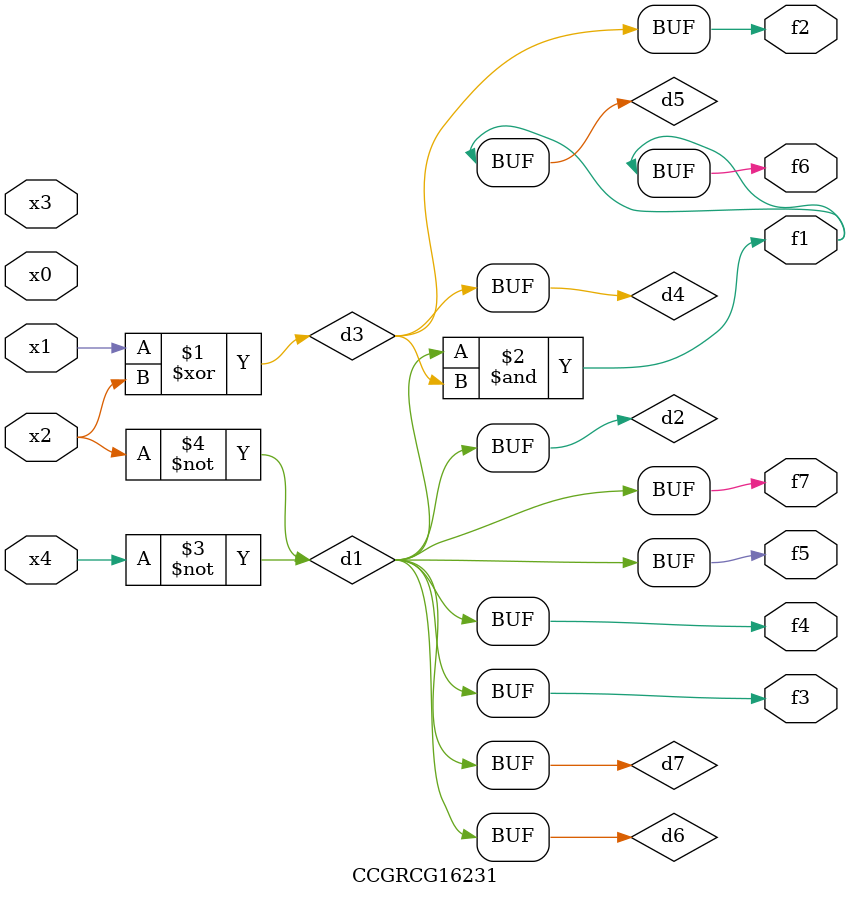
<source format=v>
module CCGRCG16231(
	input x0, x1, x2, x3, x4,
	output f1, f2, f3, f4, f5, f6, f7
);

	wire d1, d2, d3, d4, d5, d6, d7;

	not (d1, x4);
	not (d2, x2);
	xor (d3, x1, x2);
	buf (d4, d3);
	and (d5, d1, d3);
	buf (d6, d1, d2);
	buf (d7, d2);
	assign f1 = d5;
	assign f2 = d4;
	assign f3 = d7;
	assign f4 = d7;
	assign f5 = d7;
	assign f6 = d5;
	assign f7 = d7;
endmodule

</source>
